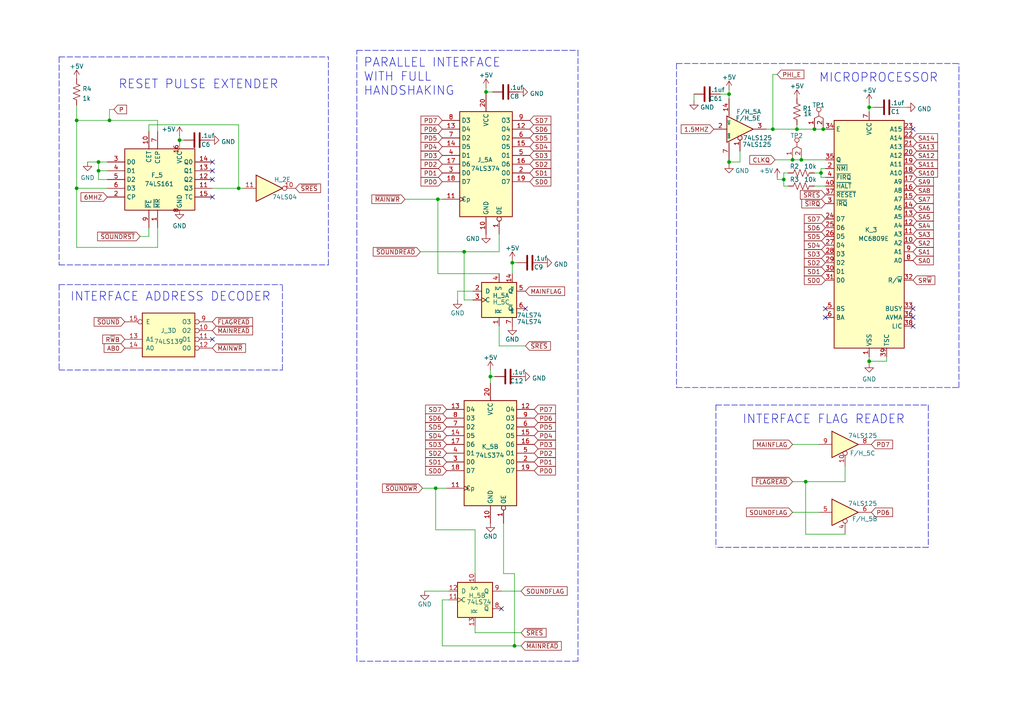
<source format=kicad_sch>
(kicad_sch (version 20211123) (generator eeschema)
  (paper "A4")
  (lib_symbols
    (symbol "Device:C" (pin_numbers hide) (pin_names (offset 0.254))
      (property "Reference" "C" (at 0.635 2.54 0))
      (property "Value" "C" (at 0.635 -2.54 0))
      (symbol "C_0_1"
        (polyline (pts (xy -2.032 -0.762) (xy 2.032 -0.762)) (stroke (width 0.508)))
        (polyline (pts (xy -2.032 0.762) (xy 2.032 0.762)) (stroke (width 0.508)))
      )
      (symbol "C_1_1"
        (pin passive line (at 0 3.81 270) (length 2.794) (name "~") (number "1"))
        (pin passive line (at 0 -3.81 90) (length 2.794) (name "~") (number "2"))
      )
    )
    (symbol "Device:R_US" (pin_numbers hide) (pin_names (offset 0))
      (property "Reference" "R" (at 2.54 0 90))
      (property "Value" "R_US" (at -2.54 0 90))
      (symbol "R_US_0_1"
        (polyline (pts (xy 0 -2.286) (xy 0 -2.54)))
        (polyline (pts (xy 0 2.286) (xy 0 2.54)))
        (polyline (pts (xy 0 -0.762) (xy 1.016 -1.143) (xy 0 -1.524) (xy -1.016 -1.905) (xy 0 -2.286)))
        (polyline (pts (xy 0 0.762) (xy 1.016 0.381) (xy 0 0) (xy -1.016 -0.381) (xy 0 -0.762)))
        (polyline (pts (xy 0 2.286) (xy 1.016 1.905) (xy 0 1.524) (xy -1.016 1.143) (xy 0 0.762)))
      )
      (symbol "R_US_1_1"
        (pin passive line (at 0 3.81 270) (length 1.27) (name "~") (number "1"))
        (pin passive line (at 0 -3.81 90) (length 1.27) (name "~") (number "2"))
      )
    )
    (symbol "atari:74LS04"
      (property "Reference" "U" (at 0 0 90))
      (property "Value" "74LS04" (at 1.905 -0.635 90))
      (symbol "74LS04_1_0"
        (polyline (pts (xy -3.81 3.81) (xy -3.81 -3.81) (xy 3.81 0) (xy -3.81 3.81)) (stroke (width 0.254)) (fill (type background)))
        (pin input line (at -7.62 0 0) (length 3.81) (name "~") (number "1"))
        (pin output inverted (at 7.62 0 180) (length 3.81) (name "~") (number "2"))
      )
      (symbol "74LS04_2_0"
        (polyline (pts (xy -3.81 3.81) (xy -3.81 -3.81) (xy 3.81 0) (xy -3.81 3.81)) (stroke (width 0.254)) (fill (type background)))
        (pin input line (at -7.62 0 0) (length 3.81) (name "~") (number "3"))
        (pin output inverted (at 7.62 0 180) (length 3.81) (name "~") (number "4"))
      )
      (symbol "74LS04_3_0"
        (polyline (pts (xy -3.81 3.81) (xy -3.81 -3.81) (xy 3.81 0) (xy -3.81 3.81)) (stroke (width 0.254)) (fill (type background)))
        (pin input line (at -7.62 0 0) (length 3.81) (name "~") (number "5"))
        (pin output inverted (at 7.62 0 180) (length 3.81) (name "~") (number "6"))
      )
      (symbol "74LS04_4_0"
        (polyline (pts (xy -3.81 3.81) (xy -3.81 -3.81) (xy 3.81 0) (xy -3.81 3.81)) (stroke (width 0.254)) (fill (type background)))
        (pin output inverted (at 7.62 0 180) (length 3.81) (name "~") (number "8"))
        (pin input line (at -7.62 0 0) (length 3.81) (name "~") (number "9"))
      )
      (symbol "74LS04_5_0"
        (polyline (pts (xy -3.81 3.81) (xy -3.81 -3.81) (xy 3.81 0) (xy -3.81 3.81)) (stroke (width 0.254)) (fill (type background)))
        (pin output inverted (at 7.62 0 180) (length 3.81) (name "~") (number "10"))
        (pin input line (at -7.62 0 0) (length 3.81) (name "~") (number "11"))
      )
      (symbol "74LS04_6_0"
        (polyline (pts (xy -3.81 3.81) (xy -3.81 -3.81) (xy 3.81 0) (xy -3.81 3.81)) (stroke (width 0.254)) (fill (type background)))
        (pin output inverted (at 7.62 0 180) (length 3.81) (name "~") (number "12"))
        (pin input line (at -7.62 0 0) (length 3.81) (name "~") (number "13"))
      )
      (symbol "74LS04_7_0"
        (pin power_in line (at -1.27 7.62 270) (length 5.08) (name "VCC") (number "14"))
        (pin power_in line (at -1.27 -7.62 90) (length 5.08) (name "GND") (number "7"))
      )
    )
    (symbol "atari:74LS125" (pin_names (offset 1.016))
      (property "Reference" "U" (at 0 1.27 0))
      (property "Value" "74LS125" (at 0 -1.27 0))
      (symbol "74LS125_1_0"
        (polyline (pts (xy -3.81 3.81) (xy -3.81 -3.81) (xy 3.81 0) (xy -3.81 3.81)) (stroke (width 0.254)) (fill (type background)))
        (pin input inverted (at 0 -6.35 90) (length 4.445) (name "~") (number "1"))
        (pin input line (at -7.62 0 0) (length 3.81) (name "~") (number "2"))
        (pin tri_state line (at 7.62 0 180) (length 3.81) (name "~") (number "3"))
      )
      (symbol "74LS125_2_0"
        (polyline (pts (xy -3.81 3.81) (xy -3.81 -3.81) (xy 3.81 0) (xy -3.81 3.81)) (stroke (width 0.254)) (fill (type background)))
        (pin input inverted (at 0 -6.35 90) (length 4.445) (name "~") (number "4"))
        (pin input line (at -7.62 0 0) (length 3.81) (name "~") (number "5"))
        (pin tri_state line (at 7.62 0 180) (length 3.81) (name "~") (number "6"))
      )
      (symbol "74LS125_3_0"
        (polyline (pts (xy -3.81 3.81) (xy -3.81 -3.81) (xy 3.81 0) (xy -3.81 3.81)) (stroke (width 0.254)) (fill (type background)))
        (pin input inverted (at 0 -6.35 90) (length 4.445) (name "~") (number "10"))
        (pin tri_state line (at 7.62 0 180) (length 3.81) (name "~") (number "8"))
        (pin input line (at -7.62 0 0) (length 3.81) (name "~") (number "9"))
      )
      (symbol "74LS125_4_0"
        (polyline (pts (xy -3.81 3.81) (xy -3.81 -3.81) (xy 3.81 0) (xy -3.81 3.81)) (stroke (width 0.254)) (fill (type background)))
        (pin tri_state line (at 7.62 0 180) (length 3.81) (name "~") (number "11"))
        (pin input line (at -7.62 0 0) (length 3.81) (name "~") (number "12"))
        (pin input inverted (at 0 -6.35 90) (length 4.445) (name "~") (number "13"))
      )
      (symbol "74LS125_5_0"
        (pin power_in line (at -2.54 8.255 270) (length 5.08) (name "VCC") (number "14"))
        (pin power_in line (at -2.54 -9.525 90) (length 5.08) (name "GND") (number "7"))
      )
    )
    (symbol "atari:74LS139" (pin_names (offset 1.016))
      (property "Reference" "U" (at -6.35 6.35 0))
      (property "Value" "74LS139" (at -7.62 -8.89 0))
      (symbol "74LS139_1_0"
        (pin input inverted (at -12.7 -5.08 0) (length 5.08) (name "E") (number "1"))
        (pin input line (at -12.7 0 0) (length 5.08) (name "A0") (number "2"))
        (pin input line (at -12.7 2.54 0) (length 5.08) (name "A1") (number "3"))
        (pin output inverted (at 12.7 2.54 180) (length 5.08) (name "O0") (number "4"))
        (pin output inverted (at 12.7 0 180) (length 5.08) (name "O1") (number "5"))
        (pin output inverted (at 12.7 -2.54 180) (length 5.08) (name "O2") (number "6"))
        (pin output inverted (at 12.7 -5.08 180) (length 5.08) (name "O3") (number "7"))
      )
      (symbol "74LS139_1_1"
        (rectangle (start -7.62 5.08) (end 7.62 -7.62) (stroke (width 0.254)) (fill (type background)))
      )
      (symbol "74LS139_2_0"
        (pin output inverted (at 12.7 -2.54 180) (length 5.08) (name "O2") (number "10"))
        (pin output inverted (at 12.7 0 180) (length 5.08) (name "O1") (number "11"))
        (pin output inverted (at 12.7 2.54 180) (length 5.08) (name "O0") (number "12"))
        (pin input line (at -12.7 2.54 0) (length 5.08) (name "A1") (number "13"))
        (pin input line (at -12.7 0 0) (length 5.08) (name "A0") (number "14"))
        (pin input inverted (at -12.7 -5.08 0) (length 5.08) (name "E") (number "15"))
        (pin output inverted (at 12.7 -5.08 180) (length 5.08) (name "O3") (number "9"))
      )
      (symbol "74LS139_2_1"
        (rectangle (start -7.62 5.08) (end 7.62 -7.62) (stroke (width 0.254)) (fill (type background)))
      )
      (symbol "74LS139_3_0"
        (pin power_in line (at 0 10.16 270) (length 5.08) (name "VCC") (number "16"))
        (pin power_in line (at 0 -12.7 90) (length 5.08) (name "GND") (number "8"))
      )
      (symbol "74LS139_4_0"
        (pin output inverted (at 12.7 1.27 180) (length 5.08) (name "O2") (number "10"))
        (pin output inverted (at 12.7 -1.27 180) (length 5.08) (name "O1") (number "11"))
        (pin output inverted (at 12.7 -3.81 180) (length 5.08) (name "O0") (number "12"))
        (pin input line (at -12.7 -1.27 0) (length 5.08) (name "A1") (number "13"))
        (pin input line (at -12.7 -3.81 0) (length 5.08) (name "A0") (number "14"))
        (pin input inverted (at -12.7 3.81 0) (length 5.08) (name "E") (number "15"))
        (pin output inverted (at 12.7 3.81 180) (length 5.08) (name "O3") (number "9"))
      )
      (symbol "74LS139_4_1"
        (rectangle (start -7.62 6.35) (end 7.62 -6.35) (stroke (width 0.254)) (fill (type background)))
      )
      (symbol "74LS139_5_0"
        (pin input inverted (at -12.7 2.54 0) (length 5.08) (name "E") (number "1"))
        (pin input line (at -12.7 -5.08 0) (length 5.08) (name "A0") (number "2"))
        (pin input line (at -12.7 -2.54 0) (length 5.08) (name "A1") (number "3"))
        (pin output inverted (at 12.7 -5.08 180) (length 5.08) (name "O0") (number "4"))
        (pin output inverted (at 12.7 -2.54 180) (length 5.08) (name "O1") (number "5"))
        (pin output inverted (at 12.7 0 180) (length 5.08) (name "O2") (number "6"))
        (pin output inverted (at 12.7 2.54 180) (length 5.08) (name "O3") (number "7"))
      )
      (symbol "74LS139_5_1"
        (rectangle (start -7.62 5.08) (end 7.62 -7.62) (stroke (width 0.254)) (fill (type background)))
      )
    )
    (symbol "atari:74LS161"
      (property "Reference" "U" (at 0 0 0))
      (property "Value" "74LS161" (at 0 1.905 0))
      (symbol "74LS161_1_0"
        (pin input line (at 0 -13.97 90) (length 5.08) (name "~{MR}") (number "1"))
        (pin input line (at -2.54 13.97 270) (length 5.08) (name "CET") (number "10"))
        (pin output line (at 15.875 -2.54 180) (length 5.08) (name "Q3") (number "11"))
        (pin output line (at 15.875 0 180) (length 5.08) (name "Q2") (number "12"))
        (pin output line (at 15.875 2.54 180) (length 5.08) (name "Q1") (number "13"))
        (pin output line (at 15.875 5.08 180) (length 5.08) (name "Q0") (number "14"))
        (pin output line (at 15.875 -5.08 180) (length 5.08) (name "TC") (number "15"))
        (pin power_in line (at 6.35 8.89 270) (length 0) (name "VCC") (number "16"))
        (pin input line (at -14.605 -5.08 0) (length 5.08) (name "CP") (number "2"))
        (pin input line (at -14.605 5.08 0) (length 5.08) (name "D0") (number "3"))
        (pin input line (at -14.605 2.54 0) (length 5.08) (name "D1") (number "4"))
        (pin input line (at -14.605 0 0) (length 5.08) (name "D2") (number "5"))
        (pin input line (at -14.605 -2.54 0) (length 5.08) (name "D3") (number "6"))
        (pin input line (at 0 13.97 270) (length 5.08) (name "CEP") (number "7"))
        (pin power_in line (at 6.35 -8.89 90) (length 0) (name "GND") (number "8"))
        (pin input line (at -2.54 -13.97 90) (length 5.08) (name "~{PE}") (number "9"))
      )
      (symbol "74LS161_1_1"
        (rectangle (start -9.525 8.89) (end 10.795 -8.89) (stroke (width 0.254)) (fill (type background)))
      )
    )
    (symbol "atari:74LS374"
      (property "Reference" "U" (at 0 3.81 0))
      (property "Value" "74LS374" (at 0 1.27 0))
      (symbol "74LS374_1_0"
        (pin input inverted (at 3.81 -20.32 90) (length 5.08) (name "OE") (number "1"))
        (pin power_in line (at 0 -20.32 90) (length 5.08) (name "GND") (number "10"))
        (pin input clock (at -12.7 -10.16 0) (length 5.08) (name "Cp") (number "11"))
        (pin tri_state line (at 12.7 10.16 180) (length 5.08) (name "O4") (number "12"))
        (pin input line (at -12.7 10.16 0) (length 5.08) (name "D4") (number "13"))
        (pin input line (at -12.7 5.08 0) (length 5.08) (name "D5") (number "14"))
        (pin tri_state line (at 12.7 5.08 180) (length 5.08) (name "O5") (number "15"))
        (pin tri_state line (at 12.7 0 180) (length 5.08) (name "O6") (number "16"))
        (pin input line (at -12.7 0 0) (length 5.08) (name "D6") (number "17"))
        (pin input line (at -12.7 -5.08 0) (length 5.08) (name "D7") (number "18"))
        (pin tri_state line (at 12.7 -5.08 180) (length 5.08) (name "O7") (number "19"))
        (pin tri_state line (at 12.7 -2.54 180) (length 5.08) (name "O0") (number "2"))
        (pin power_in line (at 0 20.32 270) (length 5.08) (name "VCC") (number "20"))
        (pin input line (at -12.7 -2.54 0) (length 5.08) (name "D0") (number "3"))
        (pin input line (at -12.7 2.54 0) (length 5.08) (name "D1") (number "4"))
        (pin tri_state line (at 12.7 2.54 180) (length 5.08) (name "O1") (number "5"))
        (pin tri_state line (at 12.7 7.62 180) (length 5.08) (name "O2") (number "6"))
        (pin input line (at -12.7 7.62 0) (length 5.08) (name "D2") (number "7"))
        (pin input line (at -12.7 12.7 0) (length 5.08) (name "D3") (number "8"))
        (pin tri_state line (at 12.7 12.7 180) (length 5.08) (name "O3") (number "9"))
      )
      (symbol "74LS374_1_1"
        (rectangle (start -7.62 15.24) (end 7.62 -15.24) (stroke (width 0.254)) (fill (type background)))
      )
      (symbol "74LS374_2_0"
        (pin input inverted (at 3.81 -20.32 90) (length 5.08) (name "OE") (number "1"))
        (pin power_in line (at 0 -20.32 90) (length 5.08) (name "GND") (number "10"))
        (pin input clock (at -12.7 -10.16 0) (length 5.08) (name "Cp") (number "11"))
        (pin tri_state line (at 12.7 12.7 180) (length 5.08) (name "O4") (number "12"))
        (pin input line (at -12.7 12.7 0) (length 5.08) (name "D4") (number "13"))
        (pin input line (at -12.7 5.08 0) (length 5.08) (name "D5") (number "14"))
        (pin tri_state line (at 12.7 5.08 180) (length 5.08) (name "O5") (number "15"))
        (pin tri_state line (at 12.7 2.54 180) (length 5.08) (name "O6") (number "16"))
        (pin input line (at -12.7 2.54 0) (length 5.08) (name "D6") (number "17"))
        (pin input line (at -12.7 -5.08 0) (length 5.08) (name "D7") (number "18"))
        (pin tri_state line (at 12.7 -5.08 180) (length 5.08) (name "O7") (number "19"))
        (pin tri_state line (at 12.7 -2.54 180) (length 5.08) (name "O0") (number "2"))
        (pin power_in line (at 0 20.32 270) (length 5.08) (name "VCC") (number "20"))
        (pin input line (at -12.7 -2.54 0) (length 5.08) (name "D0") (number "3"))
        (pin input line (at -12.7 0 0) (length 5.08) (name "D1") (number "4"))
        (pin tri_state line (at 12.7 0 180) (length 5.08) (name "O1") (number "5"))
        (pin tri_state line (at 12.7 7.62 180) (length 5.08) (name "O2") (number "6"))
        (pin input line (at -12.7 7.62 0) (length 5.08) (name "D2") (number "7"))
        (pin input line (at -12.7 10.16 0) (length 5.08) (name "D3") (number "8"))
        (pin tri_state line (at 12.7 10.16 180) (length 5.08) (name "O3") (number "9"))
      )
      (symbol "74LS374_2_1"
        (rectangle (start -7.62 15.24) (end 7.62 -15.24) (stroke (width 0.254)) (fill (type background)))
      )
    )
    (symbol "atari:74LS74" (pin_names (offset 1.016))
      (property "Reference" "U" (at -3.175 7.62 0))
      (property "Value" "74LS74" (at -5.08 -8.89 0))
      (symbol "74LS74_1_0"
        (pin input line (at 0 -7.62 90) (length 2.54) (name "~{R}") (number "1"))
        (pin input line (at -7.62 2.54 0) (length 2.54) (name "D") (number "2"))
        (pin input clock (at -7.62 0 0) (length 2.54) (name "C") (number "3"))
        (pin input line (at 0 7.62 270) (length 2.54) (name "~{S}") (number "4"))
        (pin output line (at 7.62 2.54 180) (length 2.54) (name "Q") (number "5"))
        (pin output line (at 7.62 -2.54 180) (length 2.54) (name "~{Q}") (number "6"))
      )
      (symbol "74LS74_1_1"
        (rectangle (start -5.08 5.08) (end 5.08 -5.08) (stroke (width 0.254)) (fill (type background)))
      )
      (symbol "74LS74_2_0"
        (pin input line (at 0 7.62 270) (length 2.54) (name "~{S}") (number "10"))
        (pin input clock (at -7.62 0 0) (length 2.54) (name "C") (number "11"))
        (pin input line (at -7.62 2.54 0) (length 2.54) (name "D") (number "12"))
        (pin input line (at 0 -7.62 90) (length 2.54) (name "~{R}") (number "13"))
        (pin output line (at 7.62 -2.54 180) (length 2.54) (name "~{Q}") (number "8"))
        (pin output line (at 7.62 2.54 180) (length 2.54) (name "Q") (number "9"))
      )
      (symbol "74LS74_2_1"
        (rectangle (start -5.08 5.08) (end 5.08 -5.08) (stroke (width 0.254)) (fill (type background)))
      )
      (symbol "74LS74_3_0"
        (pin power_in line (at 0 7.62 270) (length 2.54) (name "VCC") (number "14"))
        (pin power_in line (at 0 -7.62 90) (length 2.54) (name "GND") (number "7"))
      )
    )
    (symbol "atari:MC6809E"
      (property "Reference" "U" (at -7.62 34.544 0))
      (property "Value" "MC6809E" (at 10.16 34.544 0))
      (symbol "MC6809E_0_1"
        (rectangle (start -10.16 -33.02) (end 10.16 33.02) (stroke (width 0.254)) (fill (type background)))
      )
      (symbol "MC6809E_1_1"
        (pin power_in line (at 0 -35.56 90) (length 2.54) (name "VSS") (number "1"))
        (pin output line (at 12.7 -2.54 180) (length 2.54) (name "A2") (number "10"))
        (pin output line (at 12.7 0 180) (length 2.54) (name "A3") (number "11"))
        (pin output line (at 12.7 2.54 180) (length 2.54) (name "A4") (number "12"))
        (pin output line (at 12.7 5.08 180) (length 2.54) (name "A5") (number "13"))
        (pin output line (at 12.7 7.62 180) (length 2.54) (name "A6") (number "14"))
        (pin output line (at 12.7 10.16 180) (length 2.54) (name "A7") (number "15"))
        (pin output line (at 12.7 12.7 180) (length 2.54) (name "A8") (number "16"))
        (pin output line (at 12.7 15.24 180) (length 2.54) (name "A9") (number "17"))
        (pin output line (at 12.7 17.78 180) (length 2.54) (name "A10") (number "18"))
        (pin output line (at 12.7 20.32 180) (length 2.54) (name "A11") (number "19"))
        (pin input line (at -12.7 19.05 0) (length 2.54) (name "~{NMI}") (number "2"))
        (pin output line (at 12.7 22.86 180) (length 2.54) (name "A12") (number "20"))
        (pin output line (at 12.7 25.4 180) (length 2.54) (name "A13") (number "21"))
        (pin output line (at 12.7 27.94 180) (length 2.54) (name "A14") (number "22"))
        (pin output line (at 12.7 30.48 180) (length 2.54) (name "A15") (number "23"))
        (pin bidirectional line (at -12.7 4.445 0) (length 2.54) (name "D7") (number "24"))
        (pin bidirectional line (at -12.7 1.905 0) (length 2.54) (name "D6") (number "25"))
        (pin bidirectional line (at -12.7 -0.635 0) (length 2.54) (name "D5") (number "26"))
        (pin bidirectional line (at -12.7 -3.175 0) (length 2.54) (name "D4") (number "27"))
        (pin bidirectional line (at -12.7 -5.715 0) (length 2.54) (name "D3") (number "28"))
        (pin bidirectional line (at -12.7 -8.255 0) (length 2.54) (name "D2") (number "29"))
        (pin input line (at -12.7 8.89 0) (length 2.54) (name "~{IRQ}") (number "3"))
        (pin bidirectional line (at -12.7 -10.795 0) (length 2.54) (name "D1") (number "30"))
        (pin bidirectional line (at -12.7 -13.335 0) (length 2.54) (name "D0") (number "31"))
        (pin output line (at 12.7 -13.335 180) (length 2.54) (name "R/~{W}") (number "32"))
        (pin output line (at 12.7 -21.59 180) (length 2.54) (name "BUSY") (number "33"))
        (pin input line (at -12.7 30.48 0) (length 2.54) (name "E") (number "34"))
        (pin input line (at -12.7 21.59 0) (length 2.54) (name "Q") (number "35"))
        (pin output line (at 12.7 -24.13 180) (length 2.54) (name "AVMA") (number "36"))
        (pin input line (at -12.7 11.43 0) (length 2.54) (name "~{RESET}") (number "37"))
        (pin output line (at 12.7 -26.67 180) (length 2.54) (name "LIC") (number "38"))
        (pin input line (at 5.08 -35.56 90) (length 2.54) (name "TSC") (number "39"))
        (pin input line (at -12.7 16.51 0) (length 2.54) (name "~{FIRQ}") (number "4"))
        (pin input line (at -12.7 13.97 0) (length 2.54) (name "~{HALT}") (number "40"))
        (pin output line (at -12.7 -21.59 0) (length 2.54) (name "BS") (number "5"))
        (pin output line (at -12.7 -24.13 0) (length 2.54) (name "BA") (number "6"))
        (pin power_in line (at 0 35.56 270) (length 2.54) (name "VCC") (number "7"))
        (pin output line (at 12.7 -7.62 180) (length 2.54) (name "A0") (number "8"))
        (pin output line (at 12.7 -5.08 180) (length 2.54) (name "A1") (number "9"))
      )
    )
    (symbol "atari:tp_2_pin"
      (property "Reference" "TP" (at 0 7.62 0))
      (property "Value" "tp_2_pin" (at 0 5.715 0))
      (symbol "tp_2_pin_0_1"
        (polyline (pts (xy 0 1.905) (xy -1.27 1.27)) (stroke (width 0.1524)))
        (polyline (pts (xy 0 3.175) (xy 0 1.905) (xy 1.27 1.27)) (stroke (width 0.1524)))
        (circle (center 0 3.81) (radius 0.635))
      )
      (symbol "tp_2_pin_1_1"
        (pin passive line (at -1.27 -1.27 90) (length 2.54) (name "") (number "1"))
        (pin passive line (at 1.27 -1.27 90) (length 2.54) (name "") (number "2"))
      )
    )
    (symbol "power:+5V" (power) (pin_names (offset 0))
      (property "Value" "+5V" (at 0 3.556 0))
      (symbol "+5V_0_1"
        (polyline (pts (xy -0.762 1.27) (xy 0 2.54)))
        (polyline (pts (xy 0 0) (xy 0 2.54)))
        (polyline (pts (xy 0 2.54) (xy 0.762 1.27)))
      )
      (symbol "+5V_1_1"
        (pin power_in line (at 0 0 90) (length 0) hide (name "+5V") (number "1"))
      )
    )
    (symbol "power:GND" (power) (pin_names (offset 0))
      (property "Value" "GND" (at 0 -3.81 0))
      (symbol "GND_0_1"
        (polyline (pts (xy 0 0) (xy 0 -1.27) (xy 1.27 -1.27) (xy 0 -2.54) (xy -1.27 -1.27) (xy 0 -1.27)))
      )
      (symbol "GND_1_1"
        (pin power_in line (at 0 0 270) (length 0) hide (name "GND") (number "1"))
      )
    )
  )
  (junction (at 252.095 31.115))
  (junction (at 22.225 54.61))
  (junction (at 22.225 34.925))
  (junction (at 126.365 141.605))
  (junction (at 224.155 37.465))
  (junction (at 69.215 54.61))
  (junction (at 28.575 46.99))
  (junction (at 227.33 52.07))
  (junction (at 231.14 37.465))
  (junction (at 229.87 46.355))
  (junction (at 127 57.785))
  (junction (at 232.41 46.355))
  (junction (at 233.68 139.7))
  (junction (at 134.62 73.025))
  (junction (at 252.095 104.775))
  (junction (at 149.225 187.325))
  (junction (at 142.24 109.22))
  (junction (at 236.22 37.465))
  (junction (at 238.125 50.165))
  (junction (at 140.97 26.67))
  (junction (at 148.59 76.2))
  (junction (at 52.07 40.64))
  (junction (at 31.75 34.925))
  (junction (at 211.455 27.305))
  (junction (at 28.575 49.53))
  (junction (at 211.455 46.99))
  (junction (at 238.76 37.465))
  (no_connect (at 152.4 89.535))
  (no_connect (at 61.595 98.425))
  (no_connect (at 264.795 94.615))
  (no_connect (at 239.395 89.535))
  (no_connect (at 239.395 92.075))
  (no_connect (at 264.795 89.535))
  (no_connect (at 264.795 92.075))
  (no_connect (at 264.795 37.465))
  (no_connect (at 61.595 57.15))
  (no_connect (at 145.415 176.53))
  (no_connect (at 61.595 46.99))
  (no_connect (at 61.595 49.53))
  (no_connect (at 61.595 52.07))
  (wire (pts (xy 257.175 103.505) (xy 257.175 104.775)))
  (wire (pts (xy 252.095 31.115) (xy 253.365 31.115)))
  (wire (pts (xy 33.02 31.75) (xy 31.75 31.75)))
  (wire (pts (xy 208.915 27.305) (xy 211.455 27.305)))
  (wire (pts (xy 126.365 153.67) (xy 126.365 141.605)))
  (wire (pts (xy 232.41 46.355) (xy 239.395 46.355)))
  (wire (pts (xy 225.425 52.07) (xy 227.33 52.07)))
  (wire (pts (xy 142.24 109.22) (xy 142.24 107.315)))
  (polyline (pts (xy 269.24 117.475) (xy 269.24 158.75)))
  (polyline (pts (xy 17.145 82.55) (xy 17.145 107.315)))
  (wire (pts (xy 137.795 183.515) (xy 137.795 181.61)))
  (wire (pts (xy 140.97 26.67) (xy 142.875 26.67)))
  (wire (pts (xy 257.175 104.775) (xy 252.095 104.775)))
  (wire (pts (xy 227.33 52.07) (xy 227.33 53.975)))
  (wire (pts (xy 132.715 84.455) (xy 137.16 84.455)))
  (wire (pts (xy 69.215 36.195) (xy 69.215 54.61)))
  (wire (pts (xy 123.19 171.45) (xy 130.175 171.45)))
  (wire (pts (xy 231.14 37.465) (xy 236.22 37.465)))
  (wire (pts (xy 236.22 37.465) (xy 238.76 37.465)))
  (polyline (pts (xy 17.145 82.55) (xy 81.915 82.55)))
  (wire (pts (xy 245.11 154.94) (xy 233.68 154.94)))
  (wire (pts (xy 122.555 141.605) (xy 126.365 141.605)))
  (wire (pts (xy 224.155 37.465) (xy 231.14 37.465)))
  (wire (pts (xy 149.225 187.325) (xy 151.13 187.325)))
  (wire (pts (xy 229.87 148.59) (xy 237.49 148.59)))
  (wire (pts (xy 22.225 54.61) (xy 22.225 71.755)))
  (wire (pts (xy 137.795 153.67) (xy 126.365 153.67)))
  (polyline (pts (xy 17.145 16.51) (xy 95.25 16.51)))
  (wire (pts (xy 224.155 21.59) (xy 224.155 37.465)))
  (wire (pts (xy 229.87 128.905) (xy 237.49 128.905)))
  (wire (pts (xy 252.095 104.775) (xy 252.095 103.505)))
  (wire (pts (xy 22.225 34.925) (xy 22.225 54.61)))
  (polyline (pts (xy 207.645 117.475) (xy 269.24 117.475)))
  (polyline (pts (xy 17.145 76.835) (xy 95.25 76.835)))
  (wire (pts (xy 146.05 166.37) (xy 149.225 166.37)))
  (wire (pts (xy 214.63 43.815) (xy 214.63 46.99)))
  (wire (pts (xy 28.575 46.99) (xy 31.115 46.99)))
  (wire (pts (xy 227.33 53.975) (xy 228.6 53.975)))
  (wire (pts (xy 127 57.785) (xy 127 79.375)))
  (wire (pts (xy 45.72 66.04) (xy 45.72 71.755)))
  (polyline (pts (xy 17.145 16.51) (xy 17.145 76.835)))
  (polyline (pts (xy 95.25 76.835) (xy 95.25 16.51)))
  (wire (pts (xy 148.59 75.565) (xy 148.59 76.2)))
  (wire (pts (xy 52.07 40.64) (xy 52.07 43.18)))
  (wire (pts (xy 214.63 46.99) (xy 211.455 46.99)))
  (wire (pts (xy 28.575 52.07) (xy 31.115 52.07)))
  (wire (pts (xy 238.76 37.465) (xy 239.395 37.465)))
  (wire (pts (xy 148.59 76.2) (xy 148.59 79.375)))
  (polyline (pts (xy 81.915 107.315) (xy 81.915 82.55)))
  (wire (pts (xy 128.27 187.325) (xy 149.225 187.325)))
  (wire (pts (xy 236.22 53.975) (xy 239.395 53.975)))
  (wire (pts (xy 211.455 46.99) (xy 211.455 46.355)))
  (wire (pts (xy 145.415 171.45) (xy 151.13 171.45)))
  (polyline (pts (xy 207.645 117.475) (xy 207.645 158.75)))
  (wire (pts (xy 43.18 36.195) (xy 69.215 36.195)))
  (wire (pts (xy 211.455 27.305) (xy 211.455 28.575)))
  (wire (pts (xy 227.33 50.165) (xy 227.33 52.07)))
  (wire (pts (xy 232.41 45.72) (xy 232.41 46.355)))
  (wire (pts (xy 211.455 46.99) (xy 211.455 47.625)))
  (polyline (pts (xy 269.24 158.75) (xy 207.645 158.75)))
  (wire (pts (xy 239.395 51.435) (xy 238.125 51.435)))
  (wire (pts (xy 52.07 39.37) (xy 52.07 40.64)))
  (wire (pts (xy 225.425 51.435) (xy 225.425 52.07)))
  (polyline (pts (xy 167.64 191.77) (xy 103.505 191.77)))
  (wire (pts (xy 239.395 48.895) (xy 238.125 48.895)))
  (wire (pts (xy 231.14 36.195) (xy 231.14 37.465)))
  (wire (pts (xy 229.87 46.355) (xy 232.41 46.355)))
  (wire (pts (xy 144.78 73.025) (xy 134.62 73.025)))
  (polyline (pts (xy 167.64 14.605) (xy 167.64 191.77)))
  (wire (pts (xy 117.475 57.785) (xy 127 57.785)))
  (wire (pts (xy 28.575 46.99) (xy 28.575 49.53)))
  (wire (pts (xy 224.79 46.355) (xy 229.87 46.355)))
  (polyline (pts (xy 196.215 112.395) (xy 278.13 112.395)))
  (wire (pts (xy 43.18 66.04) (xy 43.18 68.58)))
  (wire (pts (xy 43.18 38.1) (xy 43.18 36.195)))
  (wire (pts (xy 225.425 21.59) (xy 224.155 21.59)))
  (wire (pts (xy 245.11 139.7) (xy 245.11 135.255)))
  (wire (pts (xy 143.51 109.22) (xy 142.24 109.22)))
  (wire (pts (xy 149.225 166.37) (xy 149.225 187.325)))
  (wire (pts (xy 31.75 31.75) (xy 31.75 34.925)))
  (wire (pts (xy 140.97 25.4) (xy 140.97 26.67)))
  (wire (pts (xy 238.125 50.165) (xy 236.22 50.165)))
  (wire (pts (xy 61.595 54.61) (xy 69.215 54.61)))
  (wire (pts (xy 22.225 71.755) (xy 45.72 71.755)))
  (wire (pts (xy 149.86 76.2) (xy 148.59 76.2)))
  (wire (pts (xy 130.175 173.99) (xy 128.27 173.99)))
  (wire (pts (xy 146.05 151.765) (xy 146.05 166.37)))
  (wire (pts (xy 238.76 36.83) (xy 238.76 37.465)))
  (wire (pts (xy 236.22 36.83) (xy 236.22 37.465)))
  (wire (pts (xy 229.87 45.72) (xy 229.87 46.355)))
  (wire (pts (xy 233.68 154.94) (xy 233.68 139.7)))
  (polyline (pts (xy 103.505 14.605) (xy 167.64 14.605)))
  (wire (pts (xy 69.215 54.61) (xy 70.485 54.61)))
  (wire (pts (xy 201.295 27.305) (xy 201.295 29.21)))
  (wire (pts (xy 140.97 26.67) (xy 140.97 27.305)))
  (wire (pts (xy 43.18 68.58) (xy 40.64 68.58)))
  (wire (pts (xy 25.4 46.99) (xy 28.575 46.99)))
  (wire (pts (xy 238.125 51.435) (xy 238.125 50.165)))
  (wire (pts (xy 31.115 54.61) (xy 22.225 54.61)))
  (wire (pts (xy 151.13 183.515) (xy 137.795 183.515)))
  (wire (pts (xy 222.25 37.465) (xy 224.155 37.465)))
  (wire (pts (xy 144.78 100.33) (xy 144.78 94.615)))
  (wire (pts (xy 228.6 50.165) (xy 227.33 50.165)))
  (wire (pts (xy 31.75 34.925) (xy 45.72 34.925)))
  (wire (pts (xy 238.125 48.895) (xy 238.125 50.165)))
  (wire (pts (xy 45.72 34.925) (xy 45.72 38.1)))
  (wire (pts (xy 144.78 67.945) (xy 144.78 73.025)))
  (polyline (pts (xy 196.215 18.415) (xy 196.215 112.395)))
  (polyline (pts (xy 103.505 191.77) (xy 103.505 14.605)))
  (wire (pts (xy 28.575 49.53) (xy 28.575 52.07)))
  (wire (pts (xy 28.575 49.53) (xy 31.115 49.53)))
  (wire (pts (xy 233.68 139.7) (xy 245.11 139.7)))
  (wire (pts (xy 126.365 141.605) (xy 129.54 141.605)))
  (wire (pts (xy 127 57.785) (xy 128.27 57.785)))
  (wire (pts (xy 22.225 34.925) (xy 22.225 30.48)))
  (wire (pts (xy 134.62 73.025) (xy 121.92 73.025)))
  (wire (pts (xy 152.4 100.33) (xy 144.78 100.33)))
  (wire (pts (xy 260.985 31.115) (xy 262.89 31.115)))
  (wire (pts (xy 229.87 139.7) (xy 233.68 139.7)))
  (wire (pts (xy 127 79.375) (xy 144.78 79.375)))
  (wire (pts (xy 137.795 166.37) (xy 137.795 153.67)))
  (wire (pts (xy 142.24 109.22) (xy 142.24 111.125)))
  (wire (pts (xy 22.225 34.925) (xy 31.75 34.925)))
  (wire (pts (xy 137.16 86.995) (xy 134.62 86.995)))
  (wire (pts (xy 252.095 104.775) (xy 252.095 105.41)))
  (polyline (pts (xy 278.13 112.395) (xy 278.13 18.415)))
  (polyline (pts (xy 17.145 107.315) (xy 81.915 107.315)))
  (wire (pts (xy 252.095 29.845) (xy 252.095 31.115)))
  (polyline (pts (xy 196.215 18.415) (xy 278.13 18.415)))
  (wire (pts (xy 211.455 26.035) (xy 211.455 27.305)))
  (wire (pts (xy 134.62 86.995) (xy 134.62 73.025)))
  (wire (pts (xy 132.715 86.995) (xy 132.715 84.455)))
  (wire (pts (xy 52.07 40.64) (xy 53.34 40.64)))
  (wire (pts (xy 128.27 173.99) (xy 128.27 187.325)))
  (wire (pts (xy 252.095 31.115) (xy 252.095 32.385)))
  (text "INTERFACE FLAG READER" (at 215.265 123.19 0) (effects (font (size 2.54 2.54)) (justify left bottom)))
  (text "PARALLEL INTERFACE\nWITH FULL\nHANDSHAKING" (at 105.41 27.94 0) (effects (font (size 2.54 2.54)) (justify left bottom)))
  (text "RESET PULSE EXTENDER" (at 34.29 26.035 0) (effects (font (size 2.54 2.54)) (justify left bottom)))
  (text "MICROPROCESSOR" (at 237.49 24.13 0) (effects (font (size 2.54 2.54)) (justify left bottom)))
  (text "INTERFACE ADDRESS DECODER" (at 20.32 87.63 0) (effects (font (size 2.54 2.54)) (justify left bottom)))
  (global_label "~{MAINWR}" (shape input) (at 61.595 100.965 0) (property "Intersheet References" "${INTERSHEET_REFS}" (effects hide)))
  (global_label "~{SRES}" (shape input) (at 85.725 54.61 0) (property "Intersheet References" "${INTERSHEET_REFS}" (effects hide)))
  (global_label "SD6" (shape input) (at 129.54 121.285 180) (property "Intersheet References" "${INTERSHEET_REFS}" (effects hide)))
  (global_label "SD7" (shape input) (at 153.67 34.925 0) (property "Intersheet References" "${INTERSHEET_REFS}" (effects hide)))
  (global_label "AB0" (shape input) (at 36.195 100.965 180) (property "Intersheet References" "${INTERSHEET_REFS}" (effects hide)))
  (global_label "PD1" (shape input) (at 154.94 133.985 0) (property "Intersheet References" "${INTERSHEET_REFS}" (effects hide)))
  (global_label "SD1" (shape input) (at 153.67 50.165 0) (property "Intersheet References" "${INTERSHEET_REFS}" (effects hide)))
  (global_label "~{SIRQ}" (shape input) (at 239.395 59.055 180) (property "Intersheet References" "${INTERSHEET_REFS}" (effects hide)))
  (global_label "PD7" (shape input) (at 252.73 128.905 0) (property "Intersheet References" "${INTERSHEET_REFS}" (effects hide)))
  (global_label "PD3" (shape input) (at 128.27 45.085 180) (property "Intersheet References" "${INTERSHEET_REFS}" (effects hide)))
  (global_label "PD6" (shape input) (at 154.94 121.285 0) (property "Intersheet References" "${INTERSHEET_REFS}" (effects hide)))
  (global_label "SA0" (shape input) (at 264.795 75.565 0) (property "Intersheet References" "${INTERSHEET_REFS}" (effects hide)))
  (global_label "SD4" (shape input) (at 153.67 42.545 0) (property "Intersheet References" "${INTERSHEET_REFS}" (effects hide)))
  (global_label "SR~{W}" (shape input) (at 264.795 81.28 0) (property "Intersheet References" "${INTERSHEET_REFS}" (effects hide)))
  (global_label "~{SOUND}" (shape input) (at 36.195 93.345 180) (property "Intersheet References" "${INTERSHEET_REFS}" (effects hide)))
  (global_label "PD5" (shape input) (at 154.94 123.825 0) (property "Intersheet References" "${INTERSHEET_REFS}" (effects hide)))
  (global_label "1.5MHZ" (shape input) (at 207.01 37.465 180) (property "Intersheet References" "${INTERSHEET_REFS}" (effects hide)))
  (global_label "SD4" (shape input) (at 239.395 71.12 180) (property "Intersheet References" "${INTERSHEET_REFS}" (effects hide)))
  (global_label "SA14" (shape input) (at 264.795 40.005 0) (property "Intersheet References" "${INTERSHEET_REFS}" (effects hide)))
  (global_label "SD1" (shape input) (at 129.54 133.985 180) (property "Intersheet References" "${INTERSHEET_REFS}" (effects hide)))
  (global_label "SD0" (shape input) (at 129.54 136.525 180) (property "Intersheet References" "${INTERSHEET_REFS}" (effects hide)))
  (global_label "SD7" (shape input) (at 129.54 118.745 180) (property "Intersheet References" "${INTERSHEET_REFS}" (effects hide)))
  (global_label "PD4" (shape input) (at 128.27 42.545 180) (property "Intersheet References" "${INTERSHEET_REFS}" (effects hide)))
  (global_label "~{MAINWR}" (shape input) (at 117.475 57.785 180) (property "Intersheet References" "${INTERSHEET_REFS}" (effects hide)))
  (global_label "SA5" (shape input) (at 264.795 62.865 0) (property "Intersheet References" "${INTERSHEET_REFS}" (effects hide)))
  (global_label "CLKQ" (shape input) (at 224.79 46.355 180) (property "Intersheet References" "${INTERSHEET_REFS}" (effects hide)))
  (global_label "~{SRES}" (shape input) (at 152.4 100.33 0) (property "Intersheet References" "${INTERSHEET_REFS}" (effects hide)))
  (global_label "PD3" (shape input) (at 154.94 128.905 0) (property "Intersheet References" "${INTERSHEET_REFS}" (effects hide)))
  (global_label "PD6" (shape input) (at 252.73 148.59 0) (property "Intersheet References" "${INTERSHEET_REFS}" (effects hide)))
  (global_label "~{SOUNDREAD}" (shape input) (at 121.92 73.025 180) (property "Intersheet References" "${INTERSHEET_REFS}" (effects hide)))
  (global_label "SA7" (shape input) (at 264.795 57.785 0) (property "Intersheet References" "${INTERSHEET_REFS}" (effects hide)))
  (global_label "SA2" (shape input) (at 264.795 70.485 0) (property "Intersheet References" "${INTERSHEET_REFS}" (effects hide)))
  (global_label "SD4" (shape input) (at 129.54 126.365 180) (property "Intersheet References" "${INTERSHEET_REFS}" (effects hide)))
  (global_label "SA11" (shape input) (at 264.795 47.625 0) (property "Intersheet References" "${INTERSHEET_REFS}" (effects hide)))
  (global_label "PD2" (shape input) (at 128.27 47.625 180) (property "Intersheet References" "${INTERSHEET_REFS}" (effects hide)))
  (global_label "P" (shape input) (at 33.02 31.75 0) (property "Intersheet References" "${INTERSHEET_REFS}" (effects hide)))
  (global_label "PD0" (shape input) (at 154.94 136.525 0) (property "Intersheet References" "${INTERSHEET_REFS}" (effects hide)))
  (global_label "~{MAINREAD}" (shape input) (at 61.595 95.885 0) (property "Intersheet References" "${INTERSHEET_REFS}" (effects hide)))
  (global_label "PD5" (shape input) (at 128.27 40.005 180) (property "Intersheet References" "${INTERSHEET_REFS}" (effects hide)))
  (global_label "SA12" (shape input) (at 264.795 45.085 0) (property "Intersheet References" "${INTERSHEET_REFS}" (effects hide)))
  (global_label "SD1" (shape input) (at 239.395 78.74 180) (property "Intersheet References" "${INTERSHEET_REFS}" (effects hide)))
  (global_label "SA8" (shape input) (at 264.795 55.245 0) (property "Intersheet References" "${INTERSHEET_REFS}" (effects hide)))
  (global_label "~{SRES}" (shape input) (at 239.395 56.515 180) (property "Intersheet References" "${INTERSHEET_REFS}" (effects hide)))
  (global_label "~{SRES}" (shape input) (at 151.13 183.515 0) (property "Intersheet References" "${INTERSHEET_REFS}" (effects hide)))
  (global_label "SD3" (shape input) (at 129.54 128.905 180) (property "Intersheet References" "${INTERSHEET_REFS}" (effects hide)))
  (global_label "SD7" (shape input) (at 239.395 63.5 180) (property "Intersheet References" "${INTERSHEET_REFS}" (effects hide)))
  (global_label "PHI_E" (shape input) (at 225.425 21.59 0) (property "Intersheet References" "${INTERSHEET_REFS}" (effects hide)))
  (global_label "PD7" (shape input) (at 128.27 34.925 180) (property "Intersheet References" "${INTERSHEET_REFS}" (effects hide)))
  (global_label "SA9" (shape input) (at 264.795 52.705 0) (property "Intersheet References" "${INTERSHEET_REFS}" (effects hide)))
  (global_label "SD5" (shape input) (at 129.54 123.825 180) (property "Intersheet References" "${INTERSHEET_REFS}" (effects hide)))
  (global_label "6MHZ" (shape input) (at 31.115 57.15 180) (property "Intersheet References" "${INTERSHEET_REFS}" (effects hide)))
  (global_label "~{FLAGREAD}" (shape input) (at 229.87 139.7 180) (property "Intersheet References" "${INTERSHEET_REFS}" (effects hide)))
  (global_label "SA3" (shape input) (at 264.795 67.945 0) (property "Intersheet References" "${INTERSHEET_REFS}" (effects hide)))
  (global_label "R~{W}B" (shape input) (at 36.195 98.425 180) (property "Intersheet References" "${INTERSHEET_REFS}" (effects hide)))
  (global_label "SD5" (shape input) (at 153.67 40.005 0) (property "Intersheet References" "${INTERSHEET_REFS}" (effects hide)))
  (global_label "PD6" (shape input) (at 128.27 37.465 180) (property "Intersheet References" "${INTERSHEET_REFS}" (effects hide)))
  (global_label "SD2" (shape input) (at 153.67 47.625 0) (property "Intersheet References" "${INTERSHEET_REFS}" (effects hide)))
  (global_label "SD0" (shape input) (at 239.395 81.28 180) (property "Intersheet References" "${INTERSHEET_REFS}" (effects hide)))
  (global_label "SD6" (shape input) (at 153.67 37.465 0) (property "Intersheet References" "${INTERSHEET_REFS}" (effects hide)))
  (global_label "~{SOUNDRST}" (shape input) (at 40.64 68.58 180) (property "Intersheet References" "${INTERSHEET_REFS}" (effects hide)))
  (global_label "SD2" (shape input) (at 129.54 131.445 180) (property "Intersheet References" "${INTERSHEET_REFS}" (effects hide)))
  (global_label "PD7" (shape input) (at 154.94 118.745 0) (property "Intersheet References" "${INTERSHEET_REFS}" (effects hide)))
  (global_label "MAINFLAG" (shape input) (at 152.4 84.455 0) (property "Intersheet References" "${INTERSHEET_REFS}" (effects hide)))
  (global_label "SD3" (shape input) (at 153.67 45.085 0) (property "Intersheet References" "${INTERSHEET_REFS}" (effects hide)))
  (global_label "SD3" (shape input) (at 239.395 73.66 180) (property "Intersheet References" "${INTERSHEET_REFS}" (effects hide)))
  (global_label "PD2" (shape input) (at 154.94 131.445 0) (property "Intersheet References" "${INTERSHEET_REFS}" (effects hide)))
  (global_label "~{SOUNDWR}" (shape input) (at 122.555 141.605 180) (property "Intersheet References" "${INTERSHEET_REFS}" (effects hide)))
  (global_label "SD2" (shape input) (at 239.395 76.2 180) (property "Intersheet References" "${INTERSHEET_REFS}" (effects hide)))
  (global_label "SA13" (shape input) (at 264.795 42.545 0) (property "Intersheet References" "${INTERSHEET_REFS}" (effects hide)))
  (global_label "~{FLAGREAD}" (shape input) (at 61.595 93.345 0) (property "Intersheet References" "${INTERSHEET_REFS}" (effects hide)))
  (global_label "SD5" (shape input) (at 239.395 68.58 180) (property "Intersheet References" "${INTERSHEET_REFS}" (effects hide)))
  (global_label "~{MAINREAD}" (shape input) (at 151.13 187.325 0) (property "Intersheet References" "${INTERSHEET_REFS}" (effects hide)))
  (global_label "SA1" (shape input) (at 264.795 73.025 0) (property "Intersheet References" "${INTERSHEET_REFS}" (effects hide)))
  (global_label "SD6" (shape input) (at 239.395 66.04 180) (property "Intersheet References" "${INTERSHEET_REFS}" (effects hide)))
  (global_label "SA4" (shape input) (at 264.795 65.405 0) (property "Intersheet References" "${INTERSHEET_REFS}" (effects hide)))
  (global_label "SOUNDFLAG" (shape input) (at 151.13 171.45 0) (property "Intersheet References" "${INTERSHEET_REFS}" (effects hide)))
  (global_label "SOUNDFLAG" (shape input) (at 229.87 148.59 180) (property "Intersheet References" "${INTERSHEET_REFS}" (effects hide)))
  (global_label "SA6" (shape input) (at 264.795 60.325 0) (property "Intersheet References" "${INTERSHEET_REFS}" (effects hide)))
  (global_label "PD4" (shape input) (at 154.94 126.365 0) (property "Intersheet References" "${INTERSHEET_REFS}" (effects hide)))
  (global_label "PD1" (shape input) (at 128.27 50.165 180) (property "Intersheet References" "${INTERSHEET_REFS}" (effects hide)))
  (global_label "PD0" (shape input) (at 128.27 52.705 180) (property "Intersheet References" "${INTERSHEET_REFS}" (effects hide)))
  (global_label "SD0" (shape input) (at 153.67 52.705 0) (property "Intersheet References" "${INTERSHEET_REFS}" (effects hide)))
  (global_label "SA10" (shape input) (at 264.795 50.165 0) (property "Intersheet References" "${INTERSHEET_REFS}" (effects hide)))
  (global_label "MAINFLAG" (shape input) (at 229.87 128.905 180) (property "Intersheet References" "${INTERSHEET_REFS}" (effects hide)))
  (symbol (lib_id "Device:R_US") (at 232.41 53.975 90) (unit 1)
    (property "Reference" "R3" (at 231.775 52.07 90) (effects (justify left)))
    (property "Value" "10k" (at 236.855 52.07 90) (effects (justify left)))
    (property "Footprint" "atari:GenericComp" (effects hide))
  )
  (symbol (lib_id "atari:74LS125") (at 213.995 36.83 0) (unit 5)
    (property "Reference" "F/H_5" (at 213.36 34.29 0) (effects (justify left)))
    (property "Value" "74LS125" (at 215.265 41.91 0) (effects (justify left)))
    (property "Footprint" "atari:DIP14" (effects hide))
  )
  (symbol (lib_id "power:+5V") (at 148.59 75.565 0) (unit 1)
    (property "Reference" "#PWR0131" (effects hide))
    (property "Value" "+5V" (at 148.59 71.9605 0))
  )
  (symbol (lib_id "power:GND") (at 60.96 40.64 90) (unit 1)
    (property "Reference" "#PWR0125" (effects hide))
    (property "Value" "GND" (at 64.135 41.119 90) (effects (justify right)))
  )
  (symbol (lib_id "power:GND") (at 132.715 86.995 0) (unit 1)
    (property "Reference" "#PWR0135" (effects hide))
    (property "Value" "GND" (at 132.715 90.805 0))
  )
  (symbol (lib_id "power:+5V") (at 225.425 51.435 0) (unit 1)
    (property "Reference" "#PWR0145" (effects hide))
    (property "Value" "+5V" (at 222.25 49.53 0))
  )
  (symbol (lib_id "Device:R_US") (at 22.225 26.67 0) (unit 1)
    (property "Reference" "R4" (at 23.876 25.7615 0) (effects (justify left)))
    (property "Value" "1k" (at 23.876 28.5366 0) (effects (justify left)))
    (property "Footprint" "atari:GenericComp" (effects hide))
  )
  (symbol (lib_id "atari:74LS374") (at 140.97 47.625 0) (unit 1)
    (property "Reference" "J_5" (at 138.43 46.355 0) (effects (justify left)))
    (property "Value" "74LS374" (at 136.525 48.895 0) (effects (justify left)))
    (property "Footprint" "atari:DIP20" (effects hide))
  )
  (symbol (lib_id "Device:R_US") (at 232.41 50.165 90) (unit 1)
    (property "Reference" "R2" (at 231.775 48.26 90) (effects (justify left)))
    (property "Value" "10k" (at 236.855 48.26 90) (effects (justify left)))
    (property "Footprint" "atari:GenericComp" (effects hide))
  )
  (symbol (lib_id "atari:MC6809E") (at 252.095 67.945 0) (unit 1)
    (property "Reference" "K_3" (at 250.825 66.675 0) (effects (justify left)))
    (property "Value" "MC6809E" (at 248.92 69.215 0) (effects (justify left)))
    (property "Footprint" "atari:DDIP40" (effects hide))
  )
  (symbol (lib_id "Device:C") (at 257.175 31.115 90) (unit 1)
    (property "Reference" "C1" (at 259.715 32.385 90))
    (property "Value" ".1uf" (at 260.35 29.845 90))
    (property "Footprint" "atari:GenericComp" (effects hide))
  )
  (symbol (lib_id "Device:C") (at 205.105 27.305 90) (unit 1)
    (property "Reference" "C61" (at 207.645 28.575 90))
    (property "Value" ".1uf" (at 208.28 26.035 90))
    (property "Footprint" "atari:GenericComp" (effects hide))
  )
  (symbol (lib_id "atari:74LS374") (at 142.24 131.445 0) (unit 2)
    (property "Reference" "K_5" (at 139.7 129.54 0) (effects (justify left)))
    (property "Value" "74LS374" (at 137.795 132.08 0) (effects (justify left)))
    (property "Footprint" "atari:DIP20" (effects hide))
  )
  (symbol (lib_id "power:+5V") (at 211.455 26.035 0) (unit 1)
    (property "Reference" "#PWR0143" (effects hide))
    (property "Value" "+5V" (at 211.455 22.4305 0))
  )
  (symbol (lib_id "atari:74LS04") (at 78.105 54.61 0) (unit 5)
    (property "Reference" "H_2" (at 81.915 52.07 0))
    (property "Value" "74LS04" (at 82.55 57.15 0))
    (property "Footprint" "atari:DIP14" (effects hide))
  )
  (symbol (lib_id "atari:74LS125") (at 245.11 128.905 0) (unit 3)
    (property "Reference" "F/H_5" (at 250.19 131.445 0))
    (property "Value" "74LS125" (at 250.19 126.365 0))
    (property "Footprint" "atari:DIP14" (effects hide))
  )
  (symbol (lib_id "power:+5V") (at 252.095 29.845 0) (unit 1)
    (property "Reference" "#PWR0142" (effects hide))
    (property "Value" "+5V" (at 252.095 26.2405 0))
  )
  (symbol (lib_id "atari:tp_2_pin") (at 231.14 44.45 0) (unit 1)
    (property "Reference" "TP2" (at 229.235 39.37 0) (effects (justify left)))
    (property "Value" "tp_2_pin" (effects hide))
    (property "Footprint" "atari:TEST_POINT" (effects hide))
  )
  (symbol (lib_id "power:+5V") (at 142.24 107.315 0) (unit 1)
    (property "Reference" "#PWR0137" (effects hide))
    (property "Value" "+5V" (at 142.24 103.7105 0))
  )
  (symbol (lib_id "power:GND") (at 140.97 67.945 0) (unit 1)
    (property "Reference" "#PWR0133" (effects hide))
    (property "Value" "GND" (at 137.16 69.215 0))
  )
  (symbol (lib_id "atari:74LS74") (at 144.78 86.995 0) (unit 1)
    (property "Reference" "H_5" (at 142.875 85.725 0) (effects (justify left)))
    (property "Value" "74LS74" (at 149.86 91.44 0) (effects (justify left)))
    (property "Footprint" "atari:DIP14" (effects hide))
  )
  (symbol (lib_id "atari:74LS161") (at 45.72 52.07 0) (unit 1)
    (property "Reference" "F_5" (at 43.815 50.8 0) (effects (justify left)))
    (property "Value" "74LS161" (at 41.91 53.34 0) (effects (justify left)))
    (property "Footprint" "atari:DIP16" (effects hide))
  )
  (symbol (lib_id "power:GND") (at 157.48 76.2 90) (unit 1)
    (property "Reference" "#PWR0130" (effects hide))
    (property "Value" "GND" (at 160.655 76.679 90) (effects (justify right)))
  )
  (symbol (lib_id "power:GND") (at 123.19 171.45 0) (unit 1)
    (property "Reference" "#PWR0139" (effects hide))
    (property "Value" "GND" (at 123.19 175.26 0))
  )
  (symbol (lib_id "atari:74LS139") (at 48.895 97.155 0) (unit 4)
    (property "Reference" "J_3" (at 48.895 95.885 0))
    (property "Value" "74LS139" (at 48.895 99.06 0))
    (property "Footprint" "atari:DIP16" (effects hide))
  )
  (symbol (lib_id "power:GND") (at 211.455 47.625 0) (unit 1)
    (property "Reference" "#PWR0128" (effects hide))
    (property "Value" "GND" (at 215.265 49.53 0))
  )
  (symbol (lib_id "power:GND") (at 262.89 31.115 90) (unit 1)
    (property "Reference" "#PWR0146" (effects hide))
    (property "Value" "GND" (at 266.065 31.594 90) (effects (justify right)))
  )
  (symbol (lib_id "power:GND") (at 150.495 26.67 90) (unit 1)
    (property "Reference" "#PWR0129" (effects hide))
    (property "Value" "GND" (at 153.67 27.149 90) (effects (justify right)))
  )
  (symbol (lib_id "power:+5V") (at 140.97 25.4 0) (unit 1)
    (property "Reference" "#PWR0132" (effects hide))
    (property "Value" "+5V" (at 140.97 21.7955 0))
  )
  (symbol (lib_id "atari:74LS125") (at 214.63 37.465 0) (unit 1)
    (property "Reference" "F/H_5" (at 217.17 32.385 0))
    (property "Value" "74LS125" (at 219.71 40.005 0))
    (property "Footprint" "atari:DIP14" (effects hide))
  )
  (symbol (lib_id "power:GND") (at 148.59 94.615 0) (unit 1)
    (property "Reference" "#PWR0134" (effects hide))
    (property "Value" "GND" (at 148.59 98.425 0))
  )
  (symbol (lib_id "power:GND") (at 151.13 109.22 90) (unit 1)
    (property "Reference" "#PWR0136" (effects hide))
    (property "Value" "GND" (at 154.305 109.699 90) (effects (justify right)))
  )
  (symbol (lib_id "atari:tp_2_pin") (at 237.49 35.56 0) (unit 1)
    (property "Reference" "TP1" (at 235.585 30.48 0) (effects (justify left)))
    (property "Value" "tp_2_pin" (effects hide))
    (property "Footprint" "atari:TEST_POINT" (effects hide))
  )
  (symbol (lib_id "power:GND") (at 201.295 29.21 0) (unit 1)
    (property "Reference" "#PWR0140" (effects hide))
    (property "Value" "GND" (at 205.105 31.115 0))
  )
  (symbol (lib_id "power:GND") (at 252.095 105.41 0) (unit 1)
    (property "Reference" "#PWR0144" (effects hide))
    (property "Value" "GND" (at 252.095 109.9725 0))
  )
  (symbol (lib_id "power:+5V") (at 22.225 22.86 0) (unit 1)
    (property "Reference" "#PWR0124" (effects hide))
    (property "Value" "+5V" (at 22.225 19.2555 0))
  )
  (symbol (lib_id "Device:R_US") (at 231.14 32.385 0) (unit 1)
    (property "Reference" "R1" (at 232.791 31.4765 0) (effects (justify left)))
    (property "Value" "1k" (at 233.045 33.02 0) (effects (justify left)))
    (property "Footprint" "atari:GenericComp" (effects hide))
  )
  (symbol (lib_id "power:GND") (at 52.07 60.96 0) (unit 1)
    (property "Reference" "#PWR0127" (effects hide))
    (property "Value" "GND" (at 52.07 65.5225 0))
  )
  (symbol (lib_id "power:GND") (at 25.4 46.99 0) (unit 1)
    (property "Reference" "#PWR0126" (effects hide))
    (property "Value" "GND" (at 25.4 51.5525 0))
  )
  (symbol (lib_id "power:+5V") (at 52.07 39.37 0) (unit 1)
    (property "Reference" "#PWR0123" (effects hide))
    (property "Value" "+5V" (at 48.895 37.465 0))
  )
  (symbol (lib_id "Device:C") (at 146.685 26.67 90) (unit 1)
    (property "Reference" "C8" (at 149.225 27.94 90))
    (property "Value" ".1uf" (at 149.86 25.4 90))
    (property "Footprint" "atari:GenericComp" (effects hide))
  )
  (symbol (lib_id "Device:C") (at 147.32 109.22 90) (unit 1)
    (property "Reference" "C12" (at 149.86 110.49 90))
    (property "Value" ".1uf" (at 150.495 107.95 90))
    (property "Footprint" "atari:GenericComp" (effects hide))
  )
  (symbol (lib_id "atari:74LS125") (at 245.11 148.59 0) (unit 2)
    (property "Reference" "F/H_5" (at 250.825 150.495 0))
    (property "Value" "74LS125" (at 250.19 146.05 0))
    (property "Footprint" "atari:DIP14" (effects hide))
  )
  (symbol (lib_id "atari:74LS74") (at 148.59 86.995 0) (unit 3)
    (property "Reference" "H_5" (at 142.875 87.63 0) (effects (justify left)))
    (property "Value" "74LS74" (at 149.86 93.345 0) (effects (justify left)))
    (property "Footprint" "atari:DIP14" (effects hide))
  )
  (symbol (lib_id "power:+5V") (at 231.14 28.575 0) (unit 1)
    (property "Reference" "#PWR0141" (effects hide))
    (property "Value" "+5V" (at 231.14 24.9705 0))
  )
  (symbol (lib_id "power:GND") (at 142.24 151.765 0) (unit 1)
    (property "Reference" "#PWR0138" (effects hide))
    (property "Value" "GND" (at 142.24 155.575 0))
  )
  (symbol (lib_id "Device:C") (at 57.15 40.64 90) (unit 1)
    (property "Reference" "C6" (at 59.69 41.91 90))
    (property "Value" ".1uf" (at 60.325 39.37 90))
    (property "Footprint" "atari:GenericComp" (effects hide))
  )
  (symbol (lib_id "atari:74LS74") (at 137.795 173.99 0) (unit 2)
    (property "Reference" "H_5" (at 135.89 172.72 0) (effects (justify left)))
    (property "Value" "74LS74" (at 135.255 174.625 0) (effects (justify left)))
    (property "Footprint" "atari:DIP14" (effects hide))
  )
  (symbol (lib_id "Device:C") (at 153.67 76.2 90) (unit 1)
    (property "Reference" "C9" (at 156.21 77.47 90))
    (property "Value" ".1uf" (at 156.845 74.93 90))
    (property "Footprint" "atari:GenericComp" (effects hide))
  )
)
</source>
